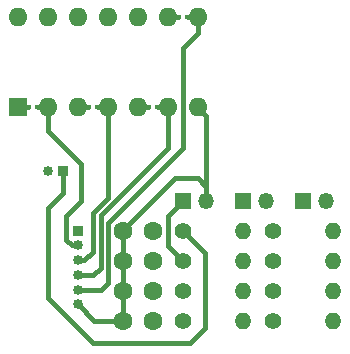
<source format=gbl>
G04 #@! TF.FileFunction,Copper,L2,Bot,Signal*
%FSLAX46Y46*%
G04 Gerber Fmt 4.6, Leading zero omitted, Abs format (unit mm)*
G04 Created by KiCad (PCBNEW 4.0.6) date 06/27/19 09:12:53*
%MOMM*%
%LPD*%
G01*
G04 APERTURE LIST*
%ADD10C,0.100000*%
%ADD11R,0.600000X0.400000*%
%ADD12R,1.600000X1.600000*%
%ADD13O,1.600000X1.600000*%
%ADD14C,1.400000*%
%ADD15O,1.400000X1.400000*%
%ADD16R,0.850000X0.850000*%
%ADD17C,0.850000*%
%ADD18C,1.600000*%
%ADD19R,1.350000X1.350000*%
%ADD20O,1.350000X1.350000*%
%ADD21C,0.406400*%
G04 APERTURE END LIST*
D10*
D11*
X240138000Y-103235000D03*
X240938000Y-103235000D03*
D12*
X229108000Y-103235000D03*
D13*
X244348000Y-95615000D03*
X231648000Y-103235000D03*
X241808000Y-95615000D03*
X234188000Y-103235000D03*
X239268000Y-95615000D03*
X236728000Y-103235000D03*
X236728000Y-95615000D03*
X239268000Y-103235000D03*
X234188000Y-95615000D03*
X241808000Y-103235000D03*
X231648000Y-95615000D03*
X244348000Y-103235000D03*
X229108000Y-95615000D03*
D14*
X250738000Y-113665000D03*
D15*
X255818000Y-113665000D03*
D16*
X234188000Y-113665000D03*
D17*
X234188000Y-114915000D03*
X234188000Y-116165000D03*
X234188000Y-117415000D03*
X234188000Y-118665000D03*
X234188000Y-119915000D03*
D14*
X250738000Y-116205000D03*
D15*
X255818000Y-116205000D03*
D14*
X250738000Y-121285000D03*
D15*
X255818000Y-121285000D03*
D14*
X250738000Y-118745000D03*
D15*
X255818000Y-118745000D03*
D14*
X243118000Y-116205000D03*
D15*
X248198000Y-116205000D03*
D14*
X243118000Y-118745000D03*
D15*
X248198000Y-118745000D03*
D14*
X243118000Y-121285000D03*
D15*
X248198000Y-121285000D03*
D18*
X240538000Y-121285000D03*
X238038000Y-121285000D03*
X240538000Y-118745000D03*
X238038000Y-118745000D03*
X240538000Y-116205000D03*
X238038000Y-116205000D03*
X240538000Y-113665000D03*
X238038000Y-113665000D03*
D14*
X243118000Y-113665000D03*
D15*
X248198000Y-113665000D03*
D19*
X248158000Y-111125000D03*
D20*
X250158000Y-111125000D03*
D19*
X253238000Y-111125000D03*
D20*
X255238000Y-111125000D03*
D19*
X243078000Y-111125000D03*
D20*
X245078000Y-111125000D03*
D16*
X232918000Y-108585000D03*
D17*
X231668000Y-108585000D03*
D11*
X229978000Y-103235000D03*
X230778000Y-103235000D03*
X235058000Y-103235000D03*
X235858000Y-103235000D03*
X242678000Y-95615000D03*
X243478000Y-95615000D03*
D21*
X245078000Y-111125000D02*
X245078000Y-103965000D01*
X245078000Y-103965000D02*
X244348000Y-103235000D01*
X238038000Y-113665000D02*
X238038000Y-113625000D01*
X238038000Y-113625000D02*
X242443000Y-109220000D01*
X245078000Y-109950000D02*
X245078000Y-111125000D01*
X244348000Y-109220000D02*
X245078000Y-109950000D01*
X242443000Y-109220000D02*
X244348000Y-109220000D01*
X238038000Y-121285000D02*
X235558000Y-121285000D01*
X235558000Y-121285000D02*
X234188000Y-119915000D01*
X238038000Y-118745000D02*
X238038000Y-121285000D01*
X238038000Y-116205000D02*
X238038000Y-118745000D01*
X238038000Y-113665000D02*
X238038000Y-116205000D01*
X234442000Y-108061000D02*
X234442000Y-111125000D01*
X233660000Y-114915000D02*
X233172000Y-114427000D01*
X233172000Y-114427000D02*
X233172000Y-112395000D01*
X233172000Y-112395000D02*
X234442000Y-111125000D01*
X234442000Y-108061000D02*
X231648000Y-105267000D01*
X231648000Y-103235000D02*
X231648000Y-105267000D01*
X233660000Y-114915000D02*
X234188000Y-114915000D01*
X230778000Y-103235000D02*
X231648000Y-103235000D01*
X229978000Y-103235000D02*
X229108000Y-103235000D01*
X229362000Y-103235000D02*
X229108000Y-103235000D01*
X235058000Y-103235000D02*
X234188000Y-103235000D01*
X240138000Y-103235000D02*
X239268000Y-103235000D01*
X241808000Y-95615000D02*
X242678000Y-95615000D01*
X243118000Y-116205000D02*
X243078000Y-116205000D01*
X243078000Y-116205000D02*
X241808000Y-114935000D01*
X241808000Y-114935000D02*
X241808000Y-112395000D01*
X241808000Y-112395000D02*
X243078000Y-111125000D01*
X243118000Y-113665000D02*
X243118000Y-113705000D01*
X243118000Y-113705000D02*
X244983000Y-115570000D01*
X244983000Y-115570000D02*
X244983000Y-121920000D01*
X244983000Y-121920000D02*
X243713000Y-123190000D01*
X243713000Y-123190000D02*
X235458000Y-123190000D01*
X235458000Y-123190000D02*
X231648000Y-119380000D01*
X231648000Y-119380000D02*
X231648000Y-111760000D01*
X231648000Y-111760000D02*
X232918000Y-110490000D01*
X232918000Y-110490000D02*
X232918000Y-108585000D01*
X236728000Y-103235000D02*
X236728000Y-110871000D01*
X236728000Y-110871000D02*
X235458000Y-112141000D01*
X235458000Y-112141000D02*
X235458000Y-115443000D01*
X235458000Y-115443000D02*
X234736000Y-116165000D01*
X234736000Y-116165000D02*
X234188000Y-116165000D01*
X235858000Y-103235000D02*
X236728000Y-103235000D01*
X240938000Y-103235000D02*
X241808000Y-103235000D01*
X241808000Y-103235000D02*
X241808000Y-106680000D01*
X236121598Y-112366402D02*
X239268000Y-109220000D01*
X236121598Y-116811402D02*
X236121598Y-112366402D01*
X235518000Y-117415000D02*
X236121598Y-116811402D01*
X235518000Y-117415000D02*
X234188000Y-117415000D01*
X241808000Y-106680000D02*
X239268000Y-109220000D01*
X243078000Y-106680000D02*
X243078000Y-98171000D01*
X234188000Y-118665000D02*
X236173000Y-118665000D01*
X236728000Y-113030000D02*
X243078000Y-106680000D01*
X236728000Y-118110000D02*
X236728000Y-113030000D01*
X236173000Y-118665000D02*
X236728000Y-118110000D01*
X244348000Y-96901000D02*
X244348000Y-95615000D01*
X243078000Y-98171000D02*
X244348000Y-96901000D01*
X243478000Y-95615000D02*
X244348000Y-95615000D01*
X244348000Y-95615000D02*
X244348000Y-96123000D01*
M02*

</source>
